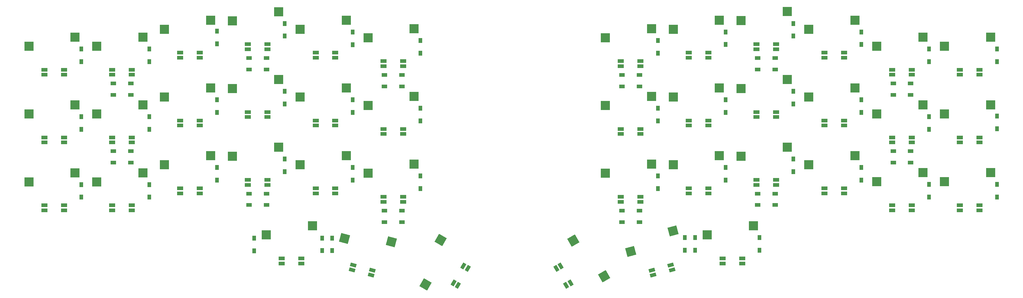
<source format=gbp>
G04 #@! TF.GenerationSoftware,KiCad,Pcbnew,7.0.7-7.0.7~ubuntu22.04.1*
G04 #@! TF.CreationDate,2023-09-02T12:43:52+02:00*
G04 #@! TF.ProjectId,corne-cherry,636f726e-652d-4636-9865-7272792e6b69,3.0.1*
G04 #@! TF.SameCoordinates,Original*
G04 #@! TF.FileFunction,Paste,Bot*
G04 #@! TF.FilePolarity,Positive*
%FSLAX46Y46*%
G04 Gerber Fmt 4.6, Leading zero omitted, Abs format (unit mm)*
G04 Created by KiCad (PCBNEW 7.0.7-7.0.7~ubuntu22.04.1) date 2023-09-02 12:43:52*
%MOMM*%
%LPD*%
G01*
G04 APERTURE LIST*
G04 Aperture macros list*
%AMRotRect*
0 Rectangle, with rotation*
0 The origin of the aperture is its center*
0 $1 length*
0 $2 width*
0 $3 Rotation angle, in degrees counterclockwise*
0 Add horizontal line*
21,1,$1,$2,0,0,$3*%
G04 Aperture macros list end*
%ADD10R,2.550000X2.500000*%
%ADD11RotRect,2.550000X2.500000X165.000000*%
%ADD12RotRect,2.550000X2.500000X240.000000*%
%ADD13RotRect,2.550000X2.500000X120.000000*%
%ADD14RotRect,2.550000X2.500000X195.000000*%
%ADD15R,1.000000X1.400000*%
%ADD16R,1.700000X1.000000*%
%ADD17RotRect,1.700000X1.000000X60.000000*%
%ADD18R,1.500000X1.000000*%
%ADD19RotRect,1.700000X1.000000X15.000000*%
%ADD20RotRect,1.700000X1.000000X345.000000*%
%ADD21RotRect,1.700000X1.000000X300.000000*%
G04 APERTURE END LIST*
D10*
X32022500Y-33240000D03*
X44949500Y-30700000D03*
X51022500Y-28490000D03*
X63949500Y-25950000D03*
X70022500Y-26115000D03*
X82949500Y-23575000D03*
X89022500Y-28490000D03*
X101949500Y-25950000D03*
X13022500Y-52240000D03*
X25949500Y-49700000D03*
X32022500Y-52240000D03*
X44949500Y-49700000D03*
X51022500Y-47490000D03*
X63949500Y-44950000D03*
X70022500Y-45115000D03*
X82949500Y-42575000D03*
X89022500Y-47490000D03*
X101949500Y-44950000D03*
X108022500Y-49865000D03*
X120949500Y-47325000D03*
X13022500Y-71240000D03*
X25949500Y-68700000D03*
X32022500Y-71240000D03*
X44949500Y-68700000D03*
X51022500Y-66490000D03*
X63949500Y-63950000D03*
X70022500Y-64115000D03*
X82949500Y-61575000D03*
X89022500Y-66490000D03*
X101949500Y-63950000D03*
X108022500Y-68865000D03*
X120949500Y-66325000D03*
X79522500Y-86115000D03*
X92449500Y-83575000D03*
D11*
X101421316Y-87117815D03*
X114565239Y-88010118D03*
D12*
X124115295Y-100020790D03*
X128379091Y-87555680D03*
D13*
X165521705Y-87744210D03*
X174184909Y-97669320D03*
D10*
X212529500Y-64110000D03*
X225456500Y-61570000D03*
X193529500Y-66485000D03*
X206456500Y-63945000D03*
X174529500Y-68860000D03*
X187456500Y-66320000D03*
X203029500Y-86110000D03*
X215956500Y-83570000D03*
D14*
X181613515Y-90780281D03*
X193442638Y-84981076D03*
D10*
X212529500Y-26110000D03*
X225456500Y-23570000D03*
X193529500Y-28485000D03*
X206456500Y-25945000D03*
X269529500Y-52235000D03*
X282456500Y-49695000D03*
X231529500Y-28485000D03*
X244456500Y-25945000D03*
X250529500Y-52235000D03*
X263456500Y-49695000D03*
X250529500Y-71235000D03*
X263456500Y-68695000D03*
X231529500Y-66485000D03*
X244456500Y-63945000D03*
X269529500Y-33235000D03*
X282456500Y-30695000D03*
X250529500Y-33235000D03*
X263456500Y-30695000D03*
X231529500Y-47485000D03*
X244456500Y-44945000D03*
X212529500Y-45110000D03*
X225456500Y-42570000D03*
X193529500Y-47485000D03*
X206456500Y-44945000D03*
X174529500Y-49860000D03*
X187456500Y-47320000D03*
X269529500Y-71235000D03*
X282456500Y-68695000D03*
X13022500Y-33240000D03*
X25949500Y-30700000D03*
X108022500Y-30865000D03*
X120949500Y-28325000D03*
X174522500Y-30865000D03*
X187449500Y-28325000D03*
D15*
X27734500Y-37551875D03*
X27734500Y-34001875D03*
X46734500Y-37555000D03*
X46734500Y-34005000D03*
X65707500Y-32555000D03*
X65707500Y-29005000D03*
X84707500Y-30430000D03*
X84707500Y-26880000D03*
X103707500Y-32805000D03*
X103707500Y-29255000D03*
X122707500Y-35180000D03*
X122707500Y-31630000D03*
X27734500Y-56551875D03*
X27734500Y-53001875D03*
X46734500Y-56555000D03*
X46734500Y-53005000D03*
X65707500Y-51805000D03*
X65707500Y-48255000D03*
X84707500Y-49430000D03*
X84707500Y-45880000D03*
X103707500Y-51805000D03*
X103707500Y-48255000D03*
X122707500Y-54180000D03*
X122707500Y-50630000D03*
X27734500Y-75551875D03*
X27734500Y-72001875D03*
X46734500Y-75555000D03*
X46734500Y-72005000D03*
X65707500Y-70805000D03*
X65707500Y-67255000D03*
X84707500Y-68430000D03*
X84707500Y-64880000D03*
X103707500Y-70805000D03*
X103707500Y-67255000D03*
X122707500Y-73180000D03*
X122707500Y-69630000D03*
X76157500Y-90545000D03*
X76157500Y-86995000D03*
X95164500Y-90540000D03*
X95164500Y-86990000D03*
X98007500Y-90540000D03*
X98007500Y-86990000D03*
D16*
X22857500Y-41230000D03*
X22857500Y-39830000D03*
X17357500Y-39830000D03*
X17357500Y-41230000D03*
X41857500Y-41230000D03*
X41857500Y-39830000D03*
X36357500Y-39830000D03*
X36357500Y-41230000D03*
X60857500Y-36480000D03*
X60857500Y-35080000D03*
X55357500Y-35080000D03*
X55357500Y-36480000D03*
X79857500Y-34105000D03*
X79857500Y-32705000D03*
X74357500Y-32705000D03*
X74357500Y-34105000D03*
X98857500Y-36480000D03*
X98857500Y-35080000D03*
X93357500Y-35080000D03*
X93357500Y-36480000D03*
X117857500Y-38855000D03*
X117857500Y-37455000D03*
X112357500Y-37455000D03*
X112357500Y-38855000D03*
X22857500Y-60230000D03*
X22857500Y-58830000D03*
X17357500Y-58830000D03*
X17357500Y-60230000D03*
X41857500Y-60230000D03*
X41857500Y-58830000D03*
X36357500Y-58830000D03*
X36357500Y-60230000D03*
X60857500Y-55480000D03*
X60857500Y-54080000D03*
X55357500Y-54080000D03*
X55357500Y-55480000D03*
X79857500Y-53105000D03*
X79857500Y-51705000D03*
X74357500Y-51705000D03*
X74357500Y-53105000D03*
X98857500Y-55480000D03*
X98857500Y-54080000D03*
X93357500Y-54080000D03*
X93357500Y-55480000D03*
X117857500Y-57855000D03*
X117857500Y-56455000D03*
X112357500Y-56455000D03*
X112357500Y-57855000D03*
X22857500Y-79230000D03*
X22857500Y-77830000D03*
X17357500Y-77830000D03*
X17357500Y-79230000D03*
X41857500Y-79230000D03*
X41857500Y-77830000D03*
X36357500Y-77830000D03*
X36357500Y-79230000D03*
X60857500Y-74480000D03*
X60857500Y-73080000D03*
X55357500Y-73080000D03*
X55357500Y-74480000D03*
X79857500Y-72105000D03*
X79857500Y-70705000D03*
X74357500Y-70705000D03*
X74357500Y-72105000D03*
X117857500Y-76855000D03*
X117857500Y-75455000D03*
X112357500Y-75455000D03*
X112357500Y-76855000D03*
D17*
X135952339Y-95498430D03*
X134739903Y-94798430D03*
X131989903Y-99561570D03*
X133202339Y-100261570D03*
D18*
X41557500Y-43680000D03*
X41557500Y-46880000D03*
X36657500Y-46880000D03*
X36657500Y-43680000D03*
X79557500Y-36555000D03*
X79557500Y-39755000D03*
X74657500Y-39755000D03*
X74657500Y-36555000D03*
X117557500Y-41305000D03*
X117557500Y-44505000D03*
X112657500Y-44505000D03*
X112657500Y-41305000D03*
X79557500Y-74555000D03*
X79557500Y-77755000D03*
X74657500Y-77755000D03*
X74657500Y-74555000D03*
X117557500Y-79305000D03*
X117557500Y-82505000D03*
X112657500Y-82505000D03*
X112657500Y-79305000D03*
X260057500Y-43680000D03*
X260057500Y-46880000D03*
X255157500Y-46880000D03*
X255157500Y-43680000D03*
X222057500Y-36555000D03*
X222057500Y-39755000D03*
X217157500Y-39755000D03*
X217157500Y-36555000D03*
X184057500Y-41305000D03*
X184057500Y-44505000D03*
X179157500Y-44505000D03*
X179157500Y-41305000D03*
X260057500Y-62680000D03*
X260057500Y-65880000D03*
X255157500Y-65880000D03*
X255157500Y-62680000D03*
X222057500Y-74555000D03*
X222057500Y-77755000D03*
X217157500Y-77755000D03*
X217157500Y-74555000D03*
X184057500Y-79305000D03*
X184057500Y-82505000D03*
X179157500Y-82505000D03*
X179157500Y-79305000D03*
D16*
X222357500Y-53105000D03*
X222357500Y-51705000D03*
X216857500Y-51705000D03*
X216857500Y-53105000D03*
X203357500Y-55480000D03*
X203357500Y-54080000D03*
X197857500Y-54080000D03*
X197857500Y-55480000D03*
X184357500Y-57855000D03*
X184357500Y-56455000D03*
X178857500Y-56455000D03*
X178857500Y-57855000D03*
X279357500Y-79230000D03*
X279357500Y-77830000D03*
X273857500Y-77830000D03*
X273857500Y-79230000D03*
X260357500Y-79230000D03*
X260357500Y-77830000D03*
X254857500Y-77830000D03*
X254857500Y-79230000D03*
X241357500Y-74480000D03*
X241357500Y-73080000D03*
X235857500Y-73080000D03*
X235857500Y-74480000D03*
X222357500Y-72105000D03*
X222357500Y-70705000D03*
X216857500Y-70705000D03*
X216857500Y-72105000D03*
X203357500Y-74480000D03*
X203357500Y-73080000D03*
X197857500Y-73080000D03*
X197857500Y-74480000D03*
X184357500Y-76855000D03*
X184357500Y-75455000D03*
X178857500Y-75455000D03*
X178857500Y-76855000D03*
X212857500Y-94105000D03*
X212857500Y-92705000D03*
X207357500Y-92705000D03*
X207357500Y-94105000D03*
D19*
X193181359Y-95952544D03*
X192819013Y-94600248D03*
X187506421Y-96023752D03*
X187868767Y-97376048D03*
D15*
X265214500Y-37550000D03*
X265214500Y-34000000D03*
X246214500Y-32800000D03*
X246214500Y-29250000D03*
X227214500Y-30425000D03*
X227214500Y-26875000D03*
X189207500Y-35180000D03*
X189207500Y-31630000D03*
X284214500Y-56400000D03*
X284214500Y-52850000D03*
X265214500Y-56550000D03*
X265214500Y-53000000D03*
X246214500Y-51800000D03*
X246214500Y-48250000D03*
X227214500Y-49425000D03*
X227214500Y-45875000D03*
X208214500Y-51800000D03*
X208214500Y-48250000D03*
X189207500Y-54180000D03*
X189207500Y-50630000D03*
X284214500Y-75550000D03*
X284214500Y-72000000D03*
X265214500Y-75550000D03*
X265214500Y-72000000D03*
X246214500Y-70800000D03*
X246214500Y-67250000D03*
X227214500Y-68425000D03*
X227214500Y-64875000D03*
X208214500Y-70800000D03*
X208214500Y-67250000D03*
X189207500Y-73180000D03*
X189207500Y-69630000D03*
X217714500Y-90410000D03*
X217714500Y-86860000D03*
X199664500Y-90425000D03*
X199664500Y-86875000D03*
X196814500Y-90425000D03*
X196814500Y-86875000D03*
X284214500Y-37550000D03*
X284214500Y-34000000D03*
X208214500Y-32800000D03*
X208214500Y-29250000D03*
D16*
X89357500Y-94105000D03*
X89357500Y-92705000D03*
X83857500Y-92705000D03*
X83857500Y-94105000D03*
D20*
X108853233Y-97381048D03*
X109215579Y-96028752D03*
X103902987Y-94605248D03*
X103540641Y-95957544D03*
D18*
X41557500Y-62680000D03*
X41557500Y-65880000D03*
X36657500Y-65880000D03*
X36657500Y-62680000D03*
D16*
X98857500Y-74480000D03*
X98857500Y-73080000D03*
X93357500Y-73080000D03*
X93357500Y-74480000D03*
X279357500Y-41230000D03*
X279357500Y-39830000D03*
X273857500Y-39830000D03*
X273857500Y-41230000D03*
X260357500Y-41230000D03*
X260357500Y-39830000D03*
X254857500Y-39830000D03*
X254857500Y-41230000D03*
X241357500Y-36480000D03*
X241357500Y-35080000D03*
X235857500Y-35080000D03*
X235857500Y-36480000D03*
X222357500Y-34105000D03*
X222357500Y-32705000D03*
X216857500Y-32705000D03*
X216857500Y-34105000D03*
X203357500Y-36480000D03*
X203357500Y-35080000D03*
X197857500Y-35080000D03*
X197857500Y-36480000D03*
X184357500Y-38855000D03*
X184357500Y-37455000D03*
X178857500Y-37455000D03*
X178857500Y-38855000D03*
X279357500Y-60230000D03*
X279357500Y-58830000D03*
X273857500Y-58830000D03*
X273857500Y-60230000D03*
X260357500Y-60230000D03*
X260357500Y-58830000D03*
X254857500Y-58830000D03*
X254857500Y-60230000D03*
X241357500Y-55480000D03*
X241357500Y-54080000D03*
X235857500Y-54080000D03*
X235857500Y-55480000D03*
D21*
X163519661Y-100256570D03*
X164732097Y-99556570D03*
X161982097Y-94793430D03*
X160769661Y-95493430D03*
M02*

</source>
